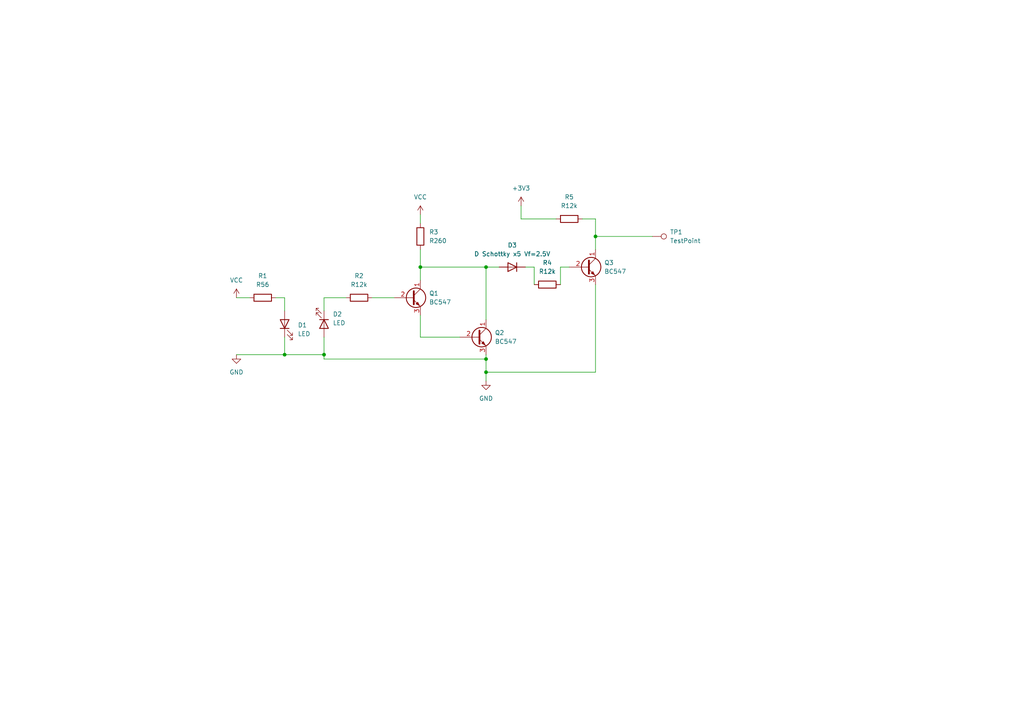
<source format=kicad_sch>
(kicad_sch (version 20211123) (generator eeschema)
  (paper "A4")
  (lib_symbols
    (symbol "Connector:TestPoint" (pin_numbers hide) (pin_names (offset 0.762) hide)
      (property "Reference" "TP" (at 0 6.858 0))
      (property "Value" "TestPoint" (at 0 5.08 0))
      (symbol "TestPoint_0_1"
        (circle (center 0 3.302) (radius 0.762))
      )
      (symbol "TestPoint_1_1"
        (pin passive line (at 0 0 90) (length 2.54) (name "1") (number "1"))
      )
    )
    (symbol "Device:D" (pin_numbers hide) (pin_names (offset 1.016) hide)
      (property "Reference" "D" (at 0 2.54 0))
      (property "Value" "D" (at 0 -2.54 0))
      (symbol "D_0_1"
        (polyline (pts (xy -1.27 1.27) (xy -1.27 -1.27)) (stroke (width 0.254)))
        (polyline (pts (xy 1.27 0) (xy -1.27 0)))
        (polyline (pts (xy 1.27 1.27) (xy 1.27 -1.27) (xy -1.27 0) (xy 1.27 1.27)) (stroke (width 0.254)))
      )
      (symbol "D_1_1"
        (pin passive line (at -3.81 0 0) (length 2.54) (name "K") (number "1"))
        (pin passive line (at 3.81 0 180) (length 2.54) (name "A") (number "2"))
      )
    )
    (symbol "Device:LED" (pin_numbers hide) (pin_names (offset 1.016) hide)
      (property "Reference" "D" (at 0 2.54 0))
      (property "Value" "LED" (at 0 -2.54 0))
      (symbol "LED_0_1"
        (polyline (pts (xy -1.27 -1.27) (xy -1.27 1.27)) (stroke (width 0.254)))
        (polyline (pts (xy -1.27 0) (xy 1.27 0)))
        (polyline (pts (xy 1.27 -1.27) (xy 1.27 1.27) (xy -1.27 0) (xy 1.27 -1.27)) (stroke (width 0.254)))
        (polyline (pts (xy -3.048 -0.762) (xy -4.572 -2.286) (xy -3.81 -2.286) (xy -4.572 -2.286) (xy -4.572 -1.524)))
        (polyline (pts (xy -1.778 -0.762) (xy -3.302 -2.286) (xy -2.54 -2.286) (xy -3.302 -2.286) (xy -3.302 -1.524)))
      )
      (symbol "LED_1_1"
        (pin passive line (at -3.81 0 0) (length 2.54) (name "K") (number "1"))
        (pin passive line (at 3.81 0 180) (length 2.54) (name "A") (number "2"))
      )
    )
    (symbol "Device:R" (pin_numbers hide) (pin_names (offset 0))
      (property "Reference" "R" (at 2.032 0 90))
      (property "Value" "R" (at 0 0 90))
      (symbol "R_0_1"
        (rectangle (start -1.016 -2.54) (end 1.016 2.54) (stroke (width 0.254)))
      )
      (symbol "R_1_1"
        (pin passive line (at 0 3.81 270) (length 1.27) (name "~") (number "1"))
        (pin passive line (at 0 -3.81 90) (length 1.27) (name "~") (number "2"))
      )
    )
    (symbol "Transistor_BJT:BC547" (pin_names (offset 0) hide)
      (property "Reference" "Q" (at 5.08 1.905 0))
      (property "Value" "BC547" (at 5.08 0 0))
      (symbol "BC547_0_1"
        (polyline (pts (xy 0 0) (xy 0.635 0)))
        (polyline (pts (xy 0.635 0.635) (xy 2.54 2.54)))
        (polyline (pts (xy 0.635 -0.635) (xy 2.54 -2.54) (xy 2.54 -2.54)))
        (polyline (pts (xy 0.635 1.905) (xy 0.635 -1.905) (xy 0.635 -1.905)) (stroke (width 0.508)))
        (polyline (pts (xy 1.27 -1.778) (xy 1.778 -1.27) (xy 2.286 -2.286) (xy 1.27 -1.778) (xy 1.27 -1.778)) (fill (type outline)))
        (circle (center 1.27 0) (radius 2.8194) (stroke (width 0.254)))
      )
      (symbol "BC547_1_1"
        (pin passive line (at 2.54 5.08 270) (length 2.54) (name "C") (number "1"))
        (pin input line (at -5.08 0 0) (length 5.08) (name "B") (number "2"))
        (pin passive line (at 2.54 -5.08 90) (length 2.54) (name "E") (number "3"))
      )
    )
    (symbol "power:+3.3V" (power) (pin_names (offset 0))
      (property "Value" "+3.3V" (at 0 3.556 0))
      (symbol "+3.3V_0_1"
        (polyline (pts (xy -0.762 1.27) (xy 0 2.54)))
        (polyline (pts (xy 0 0) (xy 0 2.54)))
        (polyline (pts (xy 0 2.54) (xy 0.762 1.27)))
      )
      (symbol "+3.3V_1_1"
        (pin power_in line (at 0 0 90) (length 0) hide (name "+3V3") (number "1"))
      )
    )
    (symbol "power:GND" (power) (pin_names (offset 0))
      (property "Value" "GND" (at 0 -3.81 0))
      (symbol "GND_0_1"
        (polyline (pts (xy 0 0) (xy 0 -1.27) (xy 1.27 -1.27) (xy 0 -2.54) (xy -1.27 -1.27) (xy 0 -1.27)))
      )
      (symbol "GND_1_1"
        (pin power_in line (at 0 0 270) (length 0) hide (name "GND") (number "1"))
      )
    )
    (symbol "power:VCC" (power) (pin_names (offset 0))
      (property "Value" "VCC" (at 0 3.81 0))
      (symbol "VCC_0_1"
        (polyline (pts (xy -0.762 1.27) (xy 0 2.54)))
        (polyline (pts (xy 0 0) (xy 0 2.54)))
        (polyline (pts (xy 0 2.54) (xy 0.762 1.27)))
      )
      (symbol "VCC_1_1"
        (pin power_in line (at 0 0 90) (length 0) hide (name "VCC") (number "1"))
      )
    )
  )
  (junction (at 93.98 102.87))
  (junction (at 140.97 104.14))
  (junction (at 82.55 102.87))
  (junction (at 121.92 77.47))
  (junction (at 140.97 77.47))
  (junction (at 172.72 68.58))
  (junction (at 140.97 107.95))
  (wire (pts (xy 140.97 104.14) (xy 140.97 107.95)))
  (wire (pts (xy 121.92 77.47) (xy 140.97 77.47)))
  (wire (pts (xy 121.92 72.39) (xy 121.92 77.47)))
  (wire (pts (xy 93.98 86.36) (xy 100.33 86.36)))
  (wire (pts (xy 172.72 107.95) (xy 140.97 107.95)))
  (wire (pts (xy 151.13 63.5) (xy 161.29 63.5)))
  (wire (pts (xy 168.91 63.5) (xy 172.72 63.5)))
  (wire (pts (xy 151.13 59.69) (xy 151.13 63.5)))
  (wire (pts (xy 162.56 77.47) (xy 162.56 82.55)))
  (wire (pts (xy 82.55 86.36) (xy 82.55 90.17)))
  (wire (pts (xy 68.58 102.87) (xy 82.55 102.87)))
  (wire (pts (xy 154.94 77.47) (xy 154.94 82.55)))
  (wire (pts (xy 93.98 90.17) (xy 93.98 86.36)))
  (wire (pts (xy 121.92 62.23) (xy 121.92 64.77)))
  (wire (pts (xy 93.98 104.14) (xy 140.97 104.14)))
  (wire (pts (xy 140.97 77.47) (xy 140.97 92.71)))
  (wire (pts (xy 121.92 97.79) (xy 133.35 97.79)))
  (wire (pts (xy 121.92 77.47) (xy 121.92 81.28)))
  (wire (pts (xy 121.92 91.44) (xy 121.92 97.79)))
  (wire (pts (xy 68.58 86.36) (xy 72.39 86.36)))
  (wire (pts (xy 140.97 77.47) (xy 144.78 77.47)))
  (wire (pts (xy 80.01 86.36) (xy 82.55 86.36)))
  (wire (pts (xy 152.4 77.47) (xy 154.94 77.47)))
  (wire (pts (xy 172.72 68.58) (xy 189.23 68.58)))
  (wire (pts (xy 172.72 68.58) (xy 172.72 72.39)))
  (wire (pts (xy 93.98 102.87) (xy 93.98 104.14)))
  (wire (pts (xy 140.97 107.95) (xy 140.97 110.49)))
  (wire (pts (xy 82.55 97.79) (xy 82.55 102.87)))
  (wire (pts (xy 172.72 63.5) (xy 172.72 68.58)))
  (wire (pts (xy 162.56 77.47) (xy 165.1 77.47)))
  (wire (pts (xy 172.72 82.55) (xy 172.72 107.95)))
  (wire (pts (xy 82.55 102.87) (xy 93.98 102.87)))
  (wire (pts (xy 107.95 86.36) (xy 114.3 86.36)))
  (wire (pts (xy 93.98 97.79) (xy 93.98 102.87)))
  (wire (pts (xy 140.97 102.87) (xy 140.97 104.14)))
  (symbol (lib_id "Device:R") (at 121.92 68.58 0) (unit 1)
    (property "Reference" "R3" (at 124.46 67.3099 0) (effects (justify left)))
    (property "Value" "R260" (at 124.46 69.8499 0) (effects (justify left)))
  )
  (symbol (lib_id "Connector:TestPoint") (at 189.23 68.58 270) (unit 1)
    (property "Reference" "TP1" (at 194.31 67.3099 90) (effects (justify left)))
    (property "Value" "TestPoint" (at 194.31 69.8499 90) (effects (justify left)))
  )
  (symbol (lib_id "power:GND") (at 68.58 102.87 0) (unit 1)
    (property "Reference" "#PWR0101" (effects hide))
    (property "Value" "GND" (at 68.58 107.95 0))
  )
  (symbol (lib_id "power:VCC") (at 68.58 86.36 0) (unit 1)
    (property "Reference" "#PWR0102" (effects hide))
    (property "Value" "VCC" (at 68.58 81.28 0))
  )
  (symbol (lib_id "Transistor_BJT:BC547") (at 119.38 86.36 0) (unit 1)
    (property "Reference" "Q1" (at 124.46 85.0899 0) (effects (justify left)))
    (property "Value" "BC547" (at 124.46 87.6299 0) (effects (justify left)))
    (property "Footprint" "Package_TO_SOT_THT:TO-92_Inline" (effects hide))
    (property "Datasheet" "https://www.onsemi.com/pub/Collateral/BC550-D.pdf" (effects hide))
  )
  (symbol (lib_id "Device:R") (at 104.14 86.36 270) (unit 1)
    (property "Reference" "R2" (at 104.14 80.01 90))
    (property "Value" "R12k" (at 104.14 82.55 90))
  )
  (symbol (lib_id "power:GND") (at 140.97 110.49 0) (unit 1)
    (property "Reference" "#PWR0103" (effects hide))
    (property "Value" "GND" (at 140.97 115.57 0))
  )
  (symbol (lib_id "Device:LED") (at 82.55 93.98 90) (unit 1)
    (property "Reference" "D1" (at 86.36 94.2974 90) (effects (justify right)))
    (property "Value" "LED" (at 86.36 96.8374 90) (effects (justify right)))
  )
  (symbol (lib_id "Device:LED") (at 93.98 93.98 270) (unit 1)
    (property "Reference" "D2" (at 96.52 91.1224 90) (effects (justify left)))
    (property "Value" "LED" (at 96.52 93.6624 90) (effects (justify left)))
  )
  (symbol (lib_id "Transistor_BJT:BC547") (at 170.18 77.47 0) (unit 1)
    (property "Reference" "Q3" (at 175.26 76.1999 0) (effects (justify left)))
    (property "Value" "BC547" (at 175.26 78.7399 0) (effects (justify left)))
    (property "Footprint" "Package_TO_SOT_THT:TO-92_Inline" (effects hide))
    (property "Datasheet" "https://www.onsemi.com/pub/Collateral/BC550-D.pdf" (effects hide))
  )
  (symbol (lib_id "Device:R") (at 158.75 82.55 90) (unit 1)
    (property "Reference" "R4" (at 158.75 76.2 90))
    (property "Value" "R12k" (at 158.75 78.74 90))
  )
  (symbol (lib_id "power:+3.3V") (at 151.13 59.69 0) (unit 1)
    (property "Reference" "#PWR?" (effects hide))
    (property "Value" "+3.3V" (at 151.13 54.61 0))
  )
  (symbol (lib_id "Transistor_BJT:BC547") (at 138.43 97.79 0) (unit 1)
    (property "Reference" "Q2" (at 143.51 96.5199 0) (effects (justify left)))
    (property "Value" "BC547" (at 143.51 99.0599 0) (effects (justify left)))
    (property "Footprint" "Package_TO_SOT_THT:TO-92_Inline" (effects hide))
    (property "Datasheet" "https://www.onsemi.com/pub/Collateral/BC550-D.pdf" (effects hide))
  )
  (symbol (lib_id "Device:D") (at 148.59 77.47 180) (unit 1)
    (property "Reference" "D3" (at 148.59 71.12 0))
    (property "Value" "D Schottky x5 Vf=2.5V" (at 148.59 73.66 0))
  )
  (symbol (lib_id "Device:R") (at 76.2 86.36 90) (unit 1)
    (property "Reference" "R1" (at 76.2 80.01 90))
    (property "Value" "R56" (at 76.2 82.55 90))
  )
  (symbol (lib_id "Device:R") (at 165.1 63.5 90) (unit 1)
    (property "Reference" "R5" (at 165.1 57.15 90))
    (property "Value" "R12k" (at 165.1 59.69 90))
  )
  (symbol (lib_id "power:VCC") (at 121.92 62.23 0) (unit 1)
    (property "Reference" "#PWR0104" (effects hide))
    (property "Value" "VCC" (at 121.92 57.15 0))
  )
)
</source>
